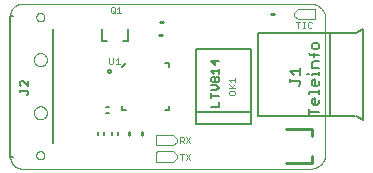
<source format=gto>
G75*
%MOIN*%
%OFA0B0*%
%FSLAX25Y25*%
%IPPOS*%
%LPD*%
%AMOC8*
5,1,8,0,0,1.08239X$1,22.5*
%
%ADD10C,0.00600*%
%ADD11C,0.00100*%
%ADD12C,0.00400*%
%ADD13C,0.00500*%
%ADD14C,0.00800*%
%ADD15C,0.01000*%
%ADD16C,0.00300*%
%ADD17C,0.00787*%
%ADD18C,0.00000*%
D10*
X0123083Y0018030D02*
X0123083Y0043070D01*
X0141311Y0043070D01*
X0141311Y0022030D01*
X0123083Y0022030D01*
X0123083Y0018030D02*
X0141311Y0018030D01*
X0141311Y0022030D01*
X0157330Y0030667D02*
X0157897Y0031234D01*
X0157897Y0031801D01*
X0157330Y0032368D01*
X0154494Y0032368D01*
X0154494Y0031801D02*
X0154494Y0032935D01*
X0155628Y0034350D02*
X0154494Y0035484D01*
X0157897Y0035484D01*
X0157897Y0034350D02*
X0157897Y0036619D01*
X0160047Y0034772D02*
X0160614Y0034772D01*
X0161749Y0034772D02*
X0161749Y0034205D01*
X0161749Y0034772D02*
X0164017Y0034772D01*
X0164017Y0034205D02*
X0164017Y0035339D01*
X0164017Y0036660D02*
X0161749Y0036660D01*
X0161749Y0038362D01*
X0162316Y0038929D01*
X0164017Y0038929D01*
X0162316Y0040343D02*
X0162316Y0041478D01*
X0161182Y0040911D02*
X0160614Y0041478D01*
X0161182Y0040911D02*
X0164017Y0040911D01*
X0163450Y0042799D02*
X0164017Y0043366D01*
X0164017Y0044500D01*
X0163450Y0045067D01*
X0162316Y0045067D01*
X0161749Y0044500D01*
X0161749Y0043366D01*
X0162316Y0042799D01*
X0163450Y0042799D01*
X0162883Y0032790D02*
X0162883Y0030522D01*
X0162316Y0030522D02*
X0161749Y0031089D01*
X0161749Y0032223D01*
X0162316Y0032790D01*
X0162883Y0032790D01*
X0164017Y0032223D02*
X0164017Y0031089D01*
X0163450Y0030522D01*
X0162316Y0030522D01*
X0164017Y0029201D02*
X0164017Y0028066D01*
X0164017Y0028633D02*
X0160614Y0028633D01*
X0160614Y0028066D01*
X0162316Y0026652D02*
X0162883Y0026652D01*
X0162883Y0024383D01*
X0162316Y0024383D02*
X0161749Y0024950D01*
X0161749Y0026085D01*
X0162316Y0026652D01*
X0164017Y0026085D02*
X0164017Y0024950D01*
X0163450Y0024383D01*
X0162316Y0024383D01*
X0160614Y0022969D02*
X0160614Y0020700D01*
X0160614Y0021834D02*
X0164017Y0021834D01*
D11*
X0166197Y0008050D02*
X0166197Y0053050D01*
X0166195Y0053190D01*
X0166189Y0053330D01*
X0166179Y0053470D01*
X0166166Y0053610D01*
X0166148Y0053749D01*
X0166126Y0053888D01*
X0166101Y0054025D01*
X0166072Y0054163D01*
X0166039Y0054299D01*
X0166002Y0054434D01*
X0165961Y0054568D01*
X0165916Y0054701D01*
X0165868Y0054833D01*
X0165816Y0054963D01*
X0165761Y0055092D01*
X0165702Y0055219D01*
X0165639Y0055345D01*
X0165573Y0055469D01*
X0165504Y0055590D01*
X0165431Y0055710D01*
X0165354Y0055828D01*
X0165275Y0055943D01*
X0165192Y0056057D01*
X0165106Y0056167D01*
X0165017Y0056276D01*
X0164925Y0056382D01*
X0164830Y0056485D01*
X0164733Y0056586D01*
X0164632Y0056683D01*
X0164529Y0056778D01*
X0164423Y0056870D01*
X0164314Y0056959D01*
X0164204Y0057045D01*
X0164090Y0057128D01*
X0163975Y0057207D01*
X0163857Y0057284D01*
X0163737Y0057357D01*
X0163616Y0057426D01*
X0163492Y0057492D01*
X0163366Y0057555D01*
X0163239Y0057614D01*
X0163110Y0057669D01*
X0162980Y0057721D01*
X0162848Y0057769D01*
X0162715Y0057814D01*
X0162581Y0057855D01*
X0162446Y0057892D01*
X0162310Y0057925D01*
X0162172Y0057954D01*
X0162035Y0057979D01*
X0161896Y0058001D01*
X0161757Y0058019D01*
X0161617Y0058032D01*
X0161477Y0058042D01*
X0161337Y0058048D01*
X0161197Y0058050D01*
X0065197Y0058050D01*
X0065075Y0058052D01*
X0064953Y0058050D01*
X0064832Y0058045D01*
X0064710Y0058035D01*
X0064589Y0058022D01*
X0064469Y0058005D01*
X0064349Y0057984D01*
X0064229Y0057959D01*
X0064111Y0057931D01*
X0063993Y0057899D01*
X0063877Y0057863D01*
X0063762Y0057824D01*
X0063648Y0057781D01*
X0063535Y0057734D01*
X0063424Y0057684D01*
X0063315Y0057631D01*
X0063207Y0057574D01*
X0063101Y0057514D01*
X0062997Y0057450D01*
X0062895Y0057383D01*
X0062796Y0057313D01*
X0062698Y0057240D01*
X0062603Y0057164D01*
X0062511Y0057085D01*
X0062420Y0057003D01*
X0062333Y0056919D01*
X0062248Y0056831D01*
X0062166Y0056741D01*
X0062087Y0056649D01*
X0062011Y0056554D01*
X0061937Y0056456D01*
X0061867Y0056357D01*
X0061800Y0056255D01*
X0061737Y0056151D01*
X0061676Y0056046D01*
X0061619Y0055938D01*
X0061565Y0055829D01*
X0061515Y0055718D01*
X0061468Y0055605D01*
X0061425Y0055491D01*
X0061386Y0055376D01*
X0061350Y0055260D01*
X0061318Y0055142D01*
X0061289Y0055024D01*
X0061264Y0054905D01*
X0061243Y0054785D01*
X0061226Y0054664D01*
X0061213Y0054543D01*
X0061203Y0054422D01*
X0061197Y0054300D01*
X0061197Y0006800D01*
X0061203Y0006676D01*
X0061213Y0006552D01*
X0061227Y0006428D01*
X0061245Y0006306D01*
X0061267Y0006183D01*
X0061292Y0006062D01*
X0061322Y0005941D01*
X0061355Y0005821D01*
X0061393Y0005703D01*
X0061434Y0005585D01*
X0061479Y0005469D01*
X0061527Y0005355D01*
X0061579Y0005242D01*
X0061635Y0005131D01*
X0061694Y0005022D01*
X0061757Y0004915D01*
X0061823Y0004809D01*
X0061893Y0004706D01*
X0061965Y0004606D01*
X0062041Y0004507D01*
X0062120Y0004411D01*
X0062202Y0004318D01*
X0062287Y0004227D01*
X0062375Y0004139D01*
X0062466Y0004054D01*
X0062559Y0003972D01*
X0062655Y0003893D01*
X0062754Y0003817D01*
X0062855Y0003745D01*
X0062958Y0003675D01*
X0063063Y0003609D01*
X0063170Y0003547D01*
X0063279Y0003487D01*
X0063390Y0003432D01*
X0063503Y0003380D01*
X0063618Y0003331D01*
X0063734Y0003286D01*
X0063851Y0003245D01*
X0063970Y0003208D01*
X0064089Y0003175D01*
X0064210Y0003145D01*
X0064332Y0003119D01*
X0064454Y0003098D01*
X0064577Y0003080D01*
X0064700Y0003066D01*
X0064824Y0003056D01*
X0064948Y0003050D01*
X0065073Y0003048D01*
X0065197Y0003050D01*
X0161197Y0003050D01*
X0161337Y0003052D01*
X0161477Y0003058D01*
X0161617Y0003068D01*
X0161757Y0003081D01*
X0161896Y0003099D01*
X0162035Y0003121D01*
X0162172Y0003146D01*
X0162310Y0003175D01*
X0162446Y0003208D01*
X0162581Y0003245D01*
X0162715Y0003286D01*
X0162848Y0003331D01*
X0162980Y0003379D01*
X0163110Y0003431D01*
X0163239Y0003486D01*
X0163366Y0003545D01*
X0163492Y0003608D01*
X0163616Y0003674D01*
X0163737Y0003743D01*
X0163857Y0003816D01*
X0163975Y0003893D01*
X0164090Y0003972D01*
X0164204Y0004055D01*
X0164314Y0004141D01*
X0164423Y0004230D01*
X0164529Y0004322D01*
X0164632Y0004417D01*
X0164733Y0004514D01*
X0164830Y0004615D01*
X0164925Y0004718D01*
X0165017Y0004824D01*
X0165106Y0004933D01*
X0165192Y0005043D01*
X0165275Y0005157D01*
X0165354Y0005272D01*
X0165431Y0005390D01*
X0165504Y0005510D01*
X0165573Y0005631D01*
X0165639Y0005755D01*
X0165702Y0005881D01*
X0165761Y0006008D01*
X0165816Y0006137D01*
X0165868Y0006267D01*
X0165916Y0006399D01*
X0165961Y0006532D01*
X0166002Y0006666D01*
X0166039Y0006801D01*
X0166072Y0006937D01*
X0166101Y0007075D01*
X0166126Y0007212D01*
X0166148Y0007351D01*
X0166166Y0007490D01*
X0166179Y0007630D01*
X0166189Y0007770D01*
X0166195Y0007910D01*
X0166197Y0008050D01*
D12*
X0121231Y0008052D02*
X0119897Y0006050D01*
X0121231Y0006050D02*
X0119897Y0008052D01*
X0119021Y0008052D02*
X0117687Y0008052D01*
X0118354Y0008052D02*
X0118354Y0006050D01*
X0117687Y0011550D02*
X0117687Y0013552D01*
X0118688Y0013552D01*
X0119021Y0013218D01*
X0119021Y0012551D01*
X0118688Y0012217D01*
X0117687Y0012217D01*
X0118354Y0012217D02*
X0119021Y0011550D01*
X0119897Y0011550D02*
X0121231Y0013552D01*
X0119897Y0013552D02*
X0121231Y0011550D01*
X0134354Y0027620D02*
X0135688Y0027620D01*
X0136022Y0027954D01*
X0136022Y0028621D01*
X0135688Y0028955D01*
X0134354Y0028955D01*
X0134020Y0028621D01*
X0134020Y0027954D01*
X0134354Y0027620D01*
X0134020Y0029830D02*
X0136022Y0029830D01*
X0135355Y0029830D02*
X0134020Y0031165D01*
X0134687Y0032040D02*
X0134020Y0032707D01*
X0136022Y0032707D01*
X0136022Y0032040D02*
X0136022Y0033375D01*
X0136022Y0031165D02*
X0135021Y0030164D01*
X0097586Y0038074D02*
X0096251Y0038074D01*
X0096918Y0038074D02*
X0096918Y0040075D01*
X0096251Y0039408D01*
X0095376Y0040075D02*
X0095376Y0038407D01*
X0095042Y0038074D01*
X0094375Y0038074D01*
X0094041Y0038407D01*
X0094041Y0040075D01*
X0095021Y0054800D02*
X0094687Y0055134D01*
X0094687Y0056468D01*
X0095021Y0056802D01*
X0095688Y0056802D01*
X0096021Y0056468D01*
X0096021Y0055134D01*
X0095688Y0054800D01*
X0095021Y0054800D01*
X0095354Y0055467D02*
X0096021Y0054800D01*
X0096897Y0054800D02*
X0098231Y0054800D01*
X0097564Y0054800D02*
X0097564Y0056802D01*
X0096897Y0056134D01*
X0156575Y0052052D02*
X0157910Y0052052D01*
X0157243Y0052052D02*
X0157243Y0050050D01*
X0158785Y0050050D02*
X0159452Y0050050D01*
X0159119Y0050050D02*
X0159119Y0052052D01*
X0159452Y0052052D02*
X0158785Y0052052D01*
X0160258Y0051718D02*
X0160258Y0050384D01*
X0160592Y0050050D01*
X0161259Y0050050D01*
X0161593Y0050384D01*
X0161593Y0051718D02*
X0161259Y0052052D01*
X0160592Y0052052D01*
X0160258Y0051718D01*
D13*
X0167870Y0048223D02*
X0143811Y0048223D01*
X0143811Y0020664D01*
X0167870Y0020664D01*
X0167870Y0048223D01*
X0167883Y0048236D02*
X0176335Y0048236D01*
X0178783Y0049736D01*
X0178783Y0019277D01*
X0178758Y0019264D02*
X0176261Y0020664D01*
X0176183Y0020677D02*
X0167783Y0020677D01*
X0130697Y0023726D02*
X0130697Y0025394D01*
X0128195Y0026488D02*
X0128195Y0028156D01*
X0128195Y0027322D02*
X0130697Y0027322D01*
X0129863Y0029251D02*
X0128195Y0029251D01*
X0129863Y0029251D02*
X0130697Y0030085D01*
X0129863Y0030919D01*
X0128195Y0030919D01*
X0128612Y0032013D02*
X0129029Y0032013D01*
X0129446Y0032430D01*
X0129446Y0033264D01*
X0129863Y0033681D01*
X0130280Y0033681D01*
X0130697Y0033264D01*
X0130697Y0032430D01*
X0130280Y0032013D01*
X0129863Y0032013D01*
X0129446Y0032430D01*
X0129446Y0033264D02*
X0129029Y0033681D01*
X0128612Y0033681D01*
X0128195Y0033264D01*
X0128195Y0032430D01*
X0128612Y0032013D01*
X0129029Y0034775D02*
X0128195Y0035609D01*
X0130697Y0035609D01*
X0130697Y0034775D02*
X0130697Y0036443D01*
X0129446Y0037538D02*
X0129446Y0039206D01*
X0130697Y0038789D02*
X0128195Y0038789D01*
X0129446Y0037538D01*
X0128195Y0023726D02*
X0130697Y0023726D01*
X0067129Y0028029D02*
X0067129Y0028479D01*
X0066678Y0028929D01*
X0064426Y0028929D01*
X0064426Y0028479D02*
X0064426Y0029380D01*
X0064877Y0030525D02*
X0064426Y0030975D01*
X0064426Y0031876D01*
X0064877Y0032326D01*
X0065327Y0032326D01*
X0067129Y0030525D01*
X0067129Y0032326D01*
X0067129Y0028029D02*
X0066678Y0027578D01*
D14*
X0093197Y0023550D02*
X0094197Y0023550D01*
X0094197Y0021550D02*
X0093197Y0021550D01*
X0098323Y0022676D02*
X0098323Y0024054D01*
X0098323Y0022676D02*
X0099701Y0022676D01*
X0112693Y0022676D02*
X0114071Y0022676D01*
X0114071Y0024054D01*
X0097197Y0015300D02*
X0097197Y0014300D01*
X0095197Y0014300D02*
X0095197Y0015300D01*
X0092322Y0015300D02*
X0092322Y0014300D01*
X0090322Y0014300D02*
X0090322Y0015300D01*
X0093697Y0035550D02*
X0093699Y0035594D01*
X0093705Y0035638D01*
X0093715Y0035681D01*
X0093728Y0035723D01*
X0093745Y0035764D01*
X0093766Y0035803D01*
X0093790Y0035840D01*
X0093817Y0035875D01*
X0093847Y0035907D01*
X0093880Y0035937D01*
X0093916Y0035963D01*
X0093953Y0035987D01*
X0093993Y0036006D01*
X0094034Y0036023D01*
X0094077Y0036035D01*
X0094120Y0036044D01*
X0094164Y0036049D01*
X0094208Y0036050D01*
X0094252Y0036047D01*
X0094296Y0036040D01*
X0094339Y0036029D01*
X0094381Y0036015D01*
X0094421Y0035997D01*
X0094460Y0035975D01*
X0094496Y0035951D01*
X0094530Y0035923D01*
X0094562Y0035892D01*
X0094591Y0035858D01*
X0094617Y0035822D01*
X0094639Y0035784D01*
X0094658Y0035744D01*
X0094673Y0035702D01*
X0094685Y0035660D01*
X0094693Y0035616D01*
X0094697Y0035572D01*
X0094697Y0035528D01*
X0094693Y0035484D01*
X0094685Y0035440D01*
X0094673Y0035398D01*
X0094658Y0035356D01*
X0094639Y0035316D01*
X0094617Y0035278D01*
X0094591Y0035242D01*
X0094562Y0035208D01*
X0094530Y0035177D01*
X0094496Y0035149D01*
X0094460Y0035125D01*
X0094421Y0035103D01*
X0094381Y0035085D01*
X0094339Y0035071D01*
X0094296Y0035060D01*
X0094252Y0035053D01*
X0094208Y0035050D01*
X0094164Y0035051D01*
X0094120Y0035056D01*
X0094077Y0035065D01*
X0094034Y0035077D01*
X0093993Y0035094D01*
X0093953Y0035113D01*
X0093916Y0035137D01*
X0093880Y0035163D01*
X0093847Y0035193D01*
X0093817Y0035225D01*
X0093790Y0035260D01*
X0093766Y0035297D01*
X0093745Y0035336D01*
X0093728Y0035377D01*
X0093715Y0035419D01*
X0093705Y0035462D01*
X0093699Y0035506D01*
X0093697Y0035550D01*
X0098323Y0037046D02*
X0099701Y0038424D01*
X0112693Y0038424D02*
X0114071Y0038424D01*
X0114071Y0037046D01*
X0100528Y0045544D02*
X0098846Y0045544D01*
X0100528Y0045544D02*
X0100528Y0049694D01*
X0093547Y0045544D02*
X0091866Y0045544D01*
X0091866Y0049694D01*
D15*
X0110697Y0047550D02*
X0111697Y0047550D01*
X0112197Y0052050D02*
X0111197Y0052050D01*
X0148197Y0054550D02*
X0149197Y0054550D01*
X0153122Y0016259D02*
X0161587Y0016259D01*
X0161587Y0013896D01*
X0161587Y0007204D02*
X0161587Y0004841D01*
X0153122Y0004841D01*
X0105072Y0014300D02*
X0105072Y0015300D01*
X0100697Y0015300D02*
X0100697Y0014300D01*
D16*
X0109697Y0013800D02*
X0109697Y0011300D01*
X0109699Y0011256D01*
X0109705Y0011213D01*
X0109714Y0011171D01*
X0109727Y0011129D01*
X0109744Y0011089D01*
X0109764Y0011050D01*
X0109787Y0011013D01*
X0109814Y0010979D01*
X0109843Y0010946D01*
X0109876Y0010917D01*
X0109910Y0010890D01*
X0109947Y0010867D01*
X0109986Y0010847D01*
X0110026Y0010830D01*
X0110068Y0010817D01*
X0110110Y0010808D01*
X0110153Y0010802D01*
X0110197Y0010800D01*
X0115447Y0010800D01*
X0116697Y0012050D01*
X0116697Y0013050D01*
X0115447Y0014300D01*
X0110197Y0014300D01*
X0110153Y0014298D01*
X0110110Y0014292D01*
X0110068Y0014283D01*
X0110026Y0014270D01*
X0109986Y0014253D01*
X0109947Y0014233D01*
X0109910Y0014210D01*
X0109876Y0014183D01*
X0109843Y0014154D01*
X0109814Y0014121D01*
X0109787Y0014087D01*
X0109764Y0014050D01*
X0109744Y0014011D01*
X0109727Y0013971D01*
X0109714Y0013929D01*
X0109705Y0013887D01*
X0109699Y0013844D01*
X0109697Y0013800D01*
X0110197Y0008800D02*
X0115447Y0008800D01*
X0116697Y0007550D01*
X0116697Y0006550D01*
X0115447Y0005300D01*
X0110197Y0005300D01*
X0110153Y0005302D01*
X0110110Y0005308D01*
X0110068Y0005317D01*
X0110026Y0005330D01*
X0109986Y0005347D01*
X0109947Y0005367D01*
X0109910Y0005390D01*
X0109876Y0005417D01*
X0109843Y0005446D01*
X0109814Y0005479D01*
X0109787Y0005513D01*
X0109764Y0005550D01*
X0109744Y0005589D01*
X0109727Y0005629D01*
X0109714Y0005671D01*
X0109705Y0005713D01*
X0109699Y0005756D01*
X0109697Y0005800D01*
X0109697Y0008300D01*
X0109699Y0008344D01*
X0109705Y0008387D01*
X0109714Y0008429D01*
X0109727Y0008471D01*
X0109744Y0008511D01*
X0109764Y0008550D01*
X0109787Y0008587D01*
X0109814Y0008621D01*
X0109843Y0008654D01*
X0109876Y0008683D01*
X0109910Y0008710D01*
X0109947Y0008733D01*
X0109986Y0008753D01*
X0110026Y0008770D01*
X0110068Y0008783D01*
X0110110Y0008792D01*
X0110153Y0008798D01*
X0110197Y0008800D01*
X0155697Y0054050D02*
X0156947Y0052800D01*
X0162197Y0052800D01*
X0162241Y0052802D01*
X0162284Y0052808D01*
X0162326Y0052817D01*
X0162368Y0052830D01*
X0162408Y0052847D01*
X0162447Y0052867D01*
X0162484Y0052890D01*
X0162518Y0052917D01*
X0162551Y0052946D01*
X0162580Y0052979D01*
X0162607Y0053013D01*
X0162630Y0053050D01*
X0162650Y0053089D01*
X0162667Y0053129D01*
X0162680Y0053171D01*
X0162689Y0053213D01*
X0162695Y0053256D01*
X0162697Y0053300D01*
X0162697Y0055800D01*
X0162695Y0055844D01*
X0162689Y0055887D01*
X0162680Y0055929D01*
X0162667Y0055971D01*
X0162650Y0056011D01*
X0162630Y0056050D01*
X0162607Y0056087D01*
X0162580Y0056121D01*
X0162551Y0056154D01*
X0162518Y0056183D01*
X0162484Y0056210D01*
X0162447Y0056233D01*
X0162408Y0056253D01*
X0162368Y0056270D01*
X0162326Y0056283D01*
X0162284Y0056292D01*
X0162241Y0056298D01*
X0162197Y0056300D01*
X0156947Y0056300D01*
X0155697Y0055050D01*
X0155697Y0054050D01*
D17*
X0062197Y0007050D02*
X0061098Y0007050D01*
X0061098Y0054050D01*
X0062197Y0054050D01*
X0075398Y0049550D02*
X0075398Y0011550D01*
D18*
X0069819Y0007519D02*
X0069821Y0007593D01*
X0069827Y0007667D01*
X0069837Y0007740D01*
X0069851Y0007813D01*
X0069868Y0007885D01*
X0069890Y0007955D01*
X0069915Y0008025D01*
X0069944Y0008093D01*
X0069977Y0008159D01*
X0070013Y0008224D01*
X0070053Y0008286D01*
X0070095Y0008347D01*
X0070141Y0008405D01*
X0070190Y0008460D01*
X0070242Y0008513D01*
X0070297Y0008563D01*
X0070354Y0008609D01*
X0070414Y0008653D01*
X0070476Y0008693D01*
X0070540Y0008730D01*
X0070606Y0008764D01*
X0070674Y0008794D01*
X0070743Y0008820D01*
X0070814Y0008843D01*
X0070885Y0008861D01*
X0070958Y0008876D01*
X0071031Y0008887D01*
X0071105Y0008894D01*
X0071179Y0008897D01*
X0071252Y0008896D01*
X0071326Y0008891D01*
X0071400Y0008882D01*
X0071473Y0008869D01*
X0071545Y0008852D01*
X0071616Y0008832D01*
X0071686Y0008807D01*
X0071754Y0008779D01*
X0071821Y0008748D01*
X0071886Y0008712D01*
X0071949Y0008674D01*
X0072010Y0008632D01*
X0072069Y0008586D01*
X0072125Y0008538D01*
X0072178Y0008487D01*
X0072228Y0008433D01*
X0072276Y0008376D01*
X0072320Y0008317D01*
X0072362Y0008255D01*
X0072400Y0008192D01*
X0072434Y0008126D01*
X0072465Y0008059D01*
X0072492Y0007990D01*
X0072515Y0007920D01*
X0072535Y0007849D01*
X0072551Y0007776D01*
X0072563Y0007703D01*
X0072571Y0007630D01*
X0072575Y0007556D01*
X0072575Y0007482D01*
X0072571Y0007408D01*
X0072563Y0007335D01*
X0072551Y0007262D01*
X0072535Y0007189D01*
X0072515Y0007118D01*
X0072492Y0007048D01*
X0072465Y0006979D01*
X0072434Y0006912D01*
X0072400Y0006846D01*
X0072362Y0006783D01*
X0072320Y0006721D01*
X0072276Y0006662D01*
X0072228Y0006605D01*
X0072178Y0006551D01*
X0072125Y0006500D01*
X0072069Y0006452D01*
X0072010Y0006406D01*
X0071949Y0006364D01*
X0071886Y0006326D01*
X0071821Y0006290D01*
X0071754Y0006259D01*
X0071686Y0006231D01*
X0071616Y0006206D01*
X0071545Y0006186D01*
X0071473Y0006169D01*
X0071400Y0006156D01*
X0071326Y0006147D01*
X0071252Y0006142D01*
X0071179Y0006141D01*
X0071105Y0006144D01*
X0071031Y0006151D01*
X0070958Y0006162D01*
X0070885Y0006177D01*
X0070814Y0006195D01*
X0070743Y0006218D01*
X0070674Y0006244D01*
X0070606Y0006274D01*
X0070540Y0006308D01*
X0070476Y0006345D01*
X0070414Y0006385D01*
X0070354Y0006429D01*
X0070297Y0006475D01*
X0070242Y0006525D01*
X0070190Y0006578D01*
X0070141Y0006633D01*
X0070095Y0006691D01*
X0070053Y0006752D01*
X0070013Y0006814D01*
X0069977Y0006879D01*
X0069944Y0006945D01*
X0069915Y0007013D01*
X0069890Y0007083D01*
X0069868Y0007153D01*
X0069851Y0007225D01*
X0069837Y0007298D01*
X0069827Y0007371D01*
X0069821Y0007445D01*
X0069819Y0007519D01*
X0069032Y0021692D02*
X0069034Y0021785D01*
X0069040Y0021877D01*
X0069050Y0021969D01*
X0069064Y0022060D01*
X0069081Y0022151D01*
X0069103Y0022241D01*
X0069128Y0022330D01*
X0069157Y0022418D01*
X0069190Y0022504D01*
X0069227Y0022589D01*
X0069267Y0022673D01*
X0069311Y0022754D01*
X0069358Y0022834D01*
X0069408Y0022912D01*
X0069462Y0022987D01*
X0069519Y0023060D01*
X0069579Y0023130D01*
X0069642Y0023198D01*
X0069708Y0023263D01*
X0069776Y0023325D01*
X0069847Y0023385D01*
X0069921Y0023441D01*
X0069997Y0023494D01*
X0070075Y0023543D01*
X0070155Y0023590D01*
X0070237Y0023632D01*
X0070321Y0023672D01*
X0070406Y0023707D01*
X0070493Y0023739D01*
X0070581Y0023768D01*
X0070670Y0023792D01*
X0070760Y0023813D01*
X0070851Y0023829D01*
X0070943Y0023842D01*
X0071035Y0023851D01*
X0071128Y0023856D01*
X0071220Y0023857D01*
X0071313Y0023854D01*
X0071405Y0023847D01*
X0071497Y0023836D01*
X0071588Y0023821D01*
X0071679Y0023803D01*
X0071769Y0023780D01*
X0071857Y0023754D01*
X0071945Y0023724D01*
X0072031Y0023690D01*
X0072115Y0023653D01*
X0072198Y0023611D01*
X0072279Y0023567D01*
X0072359Y0023519D01*
X0072436Y0023468D01*
X0072510Y0023413D01*
X0072583Y0023355D01*
X0072653Y0023295D01*
X0072720Y0023231D01*
X0072784Y0023165D01*
X0072846Y0023095D01*
X0072904Y0023024D01*
X0072959Y0022950D01*
X0073011Y0022873D01*
X0073060Y0022794D01*
X0073106Y0022714D01*
X0073148Y0022631D01*
X0073186Y0022547D01*
X0073221Y0022461D01*
X0073252Y0022374D01*
X0073279Y0022286D01*
X0073302Y0022196D01*
X0073322Y0022106D01*
X0073338Y0022015D01*
X0073350Y0021923D01*
X0073358Y0021831D01*
X0073362Y0021738D01*
X0073362Y0021646D01*
X0073358Y0021553D01*
X0073350Y0021461D01*
X0073338Y0021369D01*
X0073322Y0021278D01*
X0073302Y0021188D01*
X0073279Y0021098D01*
X0073252Y0021010D01*
X0073221Y0020923D01*
X0073186Y0020837D01*
X0073148Y0020753D01*
X0073106Y0020670D01*
X0073060Y0020590D01*
X0073011Y0020511D01*
X0072959Y0020434D01*
X0072904Y0020360D01*
X0072846Y0020289D01*
X0072784Y0020219D01*
X0072720Y0020153D01*
X0072653Y0020089D01*
X0072583Y0020029D01*
X0072510Y0019971D01*
X0072436Y0019916D01*
X0072359Y0019865D01*
X0072280Y0019817D01*
X0072198Y0019773D01*
X0072115Y0019731D01*
X0072031Y0019694D01*
X0071945Y0019660D01*
X0071857Y0019630D01*
X0071769Y0019604D01*
X0071679Y0019581D01*
X0071588Y0019563D01*
X0071497Y0019548D01*
X0071405Y0019537D01*
X0071313Y0019530D01*
X0071220Y0019527D01*
X0071128Y0019528D01*
X0071035Y0019533D01*
X0070943Y0019542D01*
X0070851Y0019555D01*
X0070760Y0019571D01*
X0070670Y0019592D01*
X0070581Y0019616D01*
X0070493Y0019645D01*
X0070406Y0019677D01*
X0070321Y0019712D01*
X0070237Y0019752D01*
X0070155Y0019794D01*
X0070075Y0019841D01*
X0069997Y0019890D01*
X0069921Y0019943D01*
X0069847Y0019999D01*
X0069776Y0020059D01*
X0069708Y0020121D01*
X0069642Y0020186D01*
X0069579Y0020254D01*
X0069519Y0020324D01*
X0069462Y0020397D01*
X0069408Y0020472D01*
X0069358Y0020550D01*
X0069311Y0020630D01*
X0069267Y0020711D01*
X0069227Y0020795D01*
X0069190Y0020880D01*
X0069157Y0020966D01*
X0069128Y0021054D01*
X0069103Y0021143D01*
X0069081Y0021233D01*
X0069064Y0021324D01*
X0069050Y0021415D01*
X0069040Y0021507D01*
X0069034Y0021599D01*
X0069032Y0021692D01*
X0069032Y0039408D02*
X0069034Y0039501D01*
X0069040Y0039593D01*
X0069050Y0039685D01*
X0069064Y0039776D01*
X0069081Y0039867D01*
X0069103Y0039957D01*
X0069128Y0040046D01*
X0069157Y0040134D01*
X0069190Y0040220D01*
X0069227Y0040305D01*
X0069267Y0040389D01*
X0069311Y0040470D01*
X0069358Y0040550D01*
X0069408Y0040628D01*
X0069462Y0040703D01*
X0069519Y0040776D01*
X0069579Y0040846D01*
X0069642Y0040914D01*
X0069708Y0040979D01*
X0069776Y0041041D01*
X0069847Y0041101D01*
X0069921Y0041157D01*
X0069997Y0041210D01*
X0070075Y0041259D01*
X0070155Y0041306D01*
X0070237Y0041348D01*
X0070321Y0041388D01*
X0070406Y0041423D01*
X0070493Y0041455D01*
X0070581Y0041484D01*
X0070670Y0041508D01*
X0070760Y0041529D01*
X0070851Y0041545D01*
X0070943Y0041558D01*
X0071035Y0041567D01*
X0071128Y0041572D01*
X0071220Y0041573D01*
X0071313Y0041570D01*
X0071405Y0041563D01*
X0071497Y0041552D01*
X0071588Y0041537D01*
X0071679Y0041519D01*
X0071769Y0041496D01*
X0071857Y0041470D01*
X0071945Y0041440D01*
X0072031Y0041406D01*
X0072115Y0041369D01*
X0072198Y0041327D01*
X0072279Y0041283D01*
X0072359Y0041235D01*
X0072436Y0041184D01*
X0072510Y0041129D01*
X0072583Y0041071D01*
X0072653Y0041011D01*
X0072720Y0040947D01*
X0072784Y0040881D01*
X0072846Y0040811D01*
X0072904Y0040740D01*
X0072959Y0040666D01*
X0073011Y0040589D01*
X0073060Y0040510D01*
X0073106Y0040430D01*
X0073148Y0040347D01*
X0073186Y0040263D01*
X0073221Y0040177D01*
X0073252Y0040090D01*
X0073279Y0040002D01*
X0073302Y0039912D01*
X0073322Y0039822D01*
X0073338Y0039731D01*
X0073350Y0039639D01*
X0073358Y0039547D01*
X0073362Y0039454D01*
X0073362Y0039362D01*
X0073358Y0039269D01*
X0073350Y0039177D01*
X0073338Y0039085D01*
X0073322Y0038994D01*
X0073302Y0038904D01*
X0073279Y0038814D01*
X0073252Y0038726D01*
X0073221Y0038639D01*
X0073186Y0038553D01*
X0073148Y0038469D01*
X0073106Y0038386D01*
X0073060Y0038306D01*
X0073011Y0038227D01*
X0072959Y0038150D01*
X0072904Y0038076D01*
X0072846Y0038005D01*
X0072784Y0037935D01*
X0072720Y0037869D01*
X0072653Y0037805D01*
X0072583Y0037745D01*
X0072510Y0037687D01*
X0072436Y0037632D01*
X0072359Y0037581D01*
X0072280Y0037533D01*
X0072198Y0037489D01*
X0072115Y0037447D01*
X0072031Y0037410D01*
X0071945Y0037376D01*
X0071857Y0037346D01*
X0071769Y0037320D01*
X0071679Y0037297D01*
X0071588Y0037279D01*
X0071497Y0037264D01*
X0071405Y0037253D01*
X0071313Y0037246D01*
X0071220Y0037243D01*
X0071128Y0037244D01*
X0071035Y0037249D01*
X0070943Y0037258D01*
X0070851Y0037271D01*
X0070760Y0037287D01*
X0070670Y0037308D01*
X0070581Y0037332D01*
X0070493Y0037361D01*
X0070406Y0037393D01*
X0070321Y0037428D01*
X0070237Y0037468D01*
X0070155Y0037510D01*
X0070075Y0037557D01*
X0069997Y0037606D01*
X0069921Y0037659D01*
X0069847Y0037715D01*
X0069776Y0037775D01*
X0069708Y0037837D01*
X0069642Y0037902D01*
X0069579Y0037970D01*
X0069519Y0038040D01*
X0069462Y0038113D01*
X0069408Y0038188D01*
X0069358Y0038266D01*
X0069311Y0038346D01*
X0069267Y0038427D01*
X0069227Y0038511D01*
X0069190Y0038596D01*
X0069157Y0038682D01*
X0069128Y0038770D01*
X0069103Y0038859D01*
X0069081Y0038949D01*
X0069064Y0039040D01*
X0069050Y0039131D01*
X0069040Y0039223D01*
X0069034Y0039315D01*
X0069032Y0039408D01*
X0069819Y0053581D02*
X0069821Y0053655D01*
X0069827Y0053729D01*
X0069837Y0053802D01*
X0069851Y0053875D01*
X0069868Y0053947D01*
X0069890Y0054017D01*
X0069915Y0054087D01*
X0069944Y0054155D01*
X0069977Y0054221D01*
X0070013Y0054286D01*
X0070053Y0054348D01*
X0070095Y0054409D01*
X0070141Y0054467D01*
X0070190Y0054522D01*
X0070242Y0054575D01*
X0070297Y0054625D01*
X0070354Y0054671D01*
X0070414Y0054715D01*
X0070476Y0054755D01*
X0070540Y0054792D01*
X0070606Y0054826D01*
X0070674Y0054856D01*
X0070743Y0054882D01*
X0070814Y0054905D01*
X0070885Y0054923D01*
X0070958Y0054938D01*
X0071031Y0054949D01*
X0071105Y0054956D01*
X0071179Y0054959D01*
X0071252Y0054958D01*
X0071326Y0054953D01*
X0071400Y0054944D01*
X0071473Y0054931D01*
X0071545Y0054914D01*
X0071616Y0054894D01*
X0071686Y0054869D01*
X0071754Y0054841D01*
X0071821Y0054810D01*
X0071886Y0054774D01*
X0071949Y0054736D01*
X0072010Y0054694D01*
X0072069Y0054648D01*
X0072125Y0054600D01*
X0072178Y0054549D01*
X0072228Y0054495D01*
X0072276Y0054438D01*
X0072320Y0054379D01*
X0072362Y0054317D01*
X0072400Y0054254D01*
X0072434Y0054188D01*
X0072465Y0054121D01*
X0072492Y0054052D01*
X0072515Y0053982D01*
X0072535Y0053911D01*
X0072551Y0053838D01*
X0072563Y0053765D01*
X0072571Y0053692D01*
X0072575Y0053618D01*
X0072575Y0053544D01*
X0072571Y0053470D01*
X0072563Y0053397D01*
X0072551Y0053324D01*
X0072535Y0053251D01*
X0072515Y0053180D01*
X0072492Y0053110D01*
X0072465Y0053041D01*
X0072434Y0052974D01*
X0072400Y0052908D01*
X0072362Y0052845D01*
X0072320Y0052783D01*
X0072276Y0052724D01*
X0072228Y0052667D01*
X0072178Y0052613D01*
X0072125Y0052562D01*
X0072069Y0052514D01*
X0072010Y0052468D01*
X0071949Y0052426D01*
X0071886Y0052388D01*
X0071821Y0052352D01*
X0071754Y0052321D01*
X0071686Y0052293D01*
X0071616Y0052268D01*
X0071545Y0052248D01*
X0071473Y0052231D01*
X0071400Y0052218D01*
X0071326Y0052209D01*
X0071252Y0052204D01*
X0071179Y0052203D01*
X0071105Y0052206D01*
X0071031Y0052213D01*
X0070958Y0052224D01*
X0070885Y0052239D01*
X0070814Y0052257D01*
X0070743Y0052280D01*
X0070674Y0052306D01*
X0070606Y0052336D01*
X0070540Y0052370D01*
X0070476Y0052407D01*
X0070414Y0052447D01*
X0070354Y0052491D01*
X0070297Y0052537D01*
X0070242Y0052587D01*
X0070190Y0052640D01*
X0070141Y0052695D01*
X0070095Y0052753D01*
X0070053Y0052814D01*
X0070013Y0052876D01*
X0069977Y0052941D01*
X0069944Y0053007D01*
X0069915Y0053075D01*
X0069890Y0053145D01*
X0069868Y0053215D01*
X0069851Y0053287D01*
X0069837Y0053360D01*
X0069827Y0053433D01*
X0069821Y0053507D01*
X0069819Y0053581D01*
M02*

</source>
